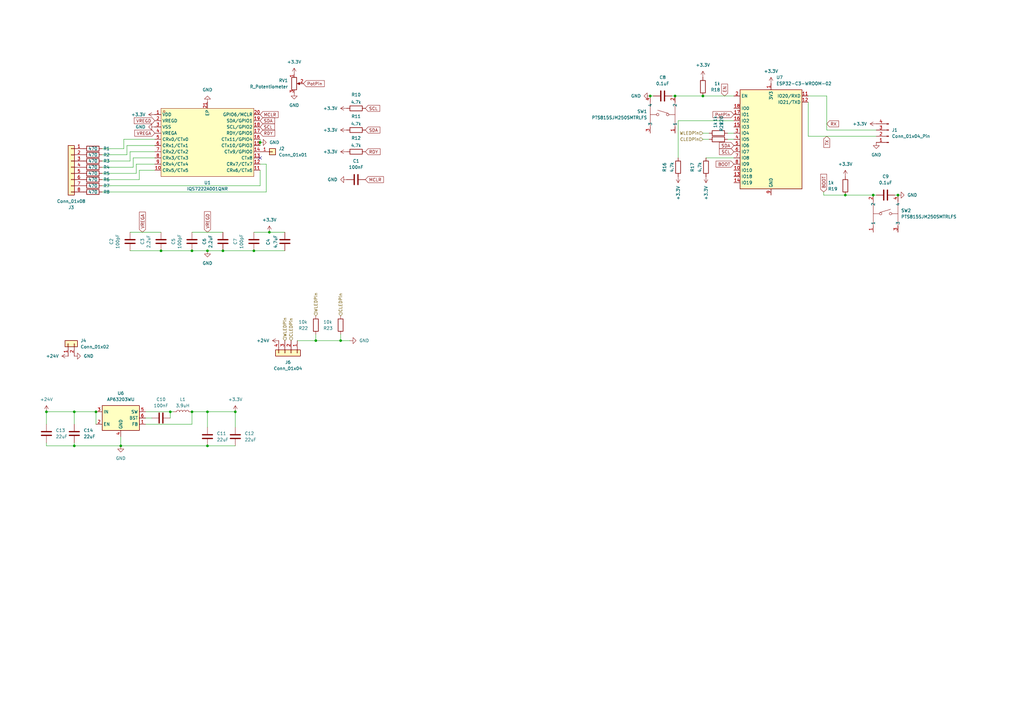
<source format=kicad_sch>
(kicad_sch (version 20250114) (generator "eeschema") (generator_version "9.0")
  (paper "A3")
  (lib_symbols
    (symbol "Connector:Conn_01x04_Pin" (pin_names (offset 1.016) (hide yes))
      (property "Reference" "J" (at 0 5.08 0))
      (property "Value" "Conn_01x04_Pin" (at 0 -7.62 0))
      (symbol "Conn_01x04_Pin_1_1"
        (rectangle (start 0.8636 2.667) (end 0 2.413) (stroke (width 0.1524)) (fill (type outline)))
        (rectangle (start 0.8636 0.127) (end 0 -0.127) (stroke (width 0.1524)) (fill (type outline)))
        (rectangle (start 0.8636 -2.413) (end 0 -2.667) (stroke (width 0.1524)) (fill (type outline)))
        (rectangle (start 0.8636 -4.953) (end 0 -5.207) (stroke (width 0.1524)) (fill (type outline)))
        (polyline (pts (xy 1.27 2.54) (xy 0.8636 2.54)) (stroke (width 0.1524)))
        (polyline (pts (xy 1.27 0) (xy 0.8636 0)) (stroke (width 0.1524)))
        (polyline (pts (xy 1.27 -2.54) (xy 0.8636 -2.54)) (stroke (width 0.1524)))
        (polyline (pts (xy 1.27 -5.08) (xy 0.8636 -5.08)) (stroke (width 0.1524)))
        (pin passive line (at 5.08 2.54 180) (length 3.81) (name "Pin_1") (number "1"))
        (pin passive line (at 5.08 0 180) (length 3.81) (name "Pin_2") (number "2"))
        (pin passive line (at 5.08 -2.54 180) (length 3.81) (name "Pin_3") (number "3"))
        (pin passive line (at 5.08 -5.08 180) (length 3.81) (name "Pin_4") (number "4"))
      )
    )
    (symbol "Connector_Generic:Conn_01x01" (pin_names (offset 1.016) (hide yes))
      (property "Reference" "J" (at 0 2.54 0))
      (property "Value" "Conn_01x01" (at 0 -2.54 0))
      (symbol "Conn_01x01_1_1"
        (rectangle (start -1.27 1.27) (end 1.27 -1.27) (stroke (width 0.254)) (fill (type background)))
        (rectangle (start -1.27 0.127) (end 0 -0.127) (stroke (width 0.1524)))
        (pin passive line (at -5.08 0 0) (length 3.81) (name "Pin_1") (number "1"))
      )
    )
    (symbol "Connector_Generic:Conn_01x02" (pin_names (offset 1.016) (hide yes))
      (property "Reference" "J" (at 0 2.54 0))
      (property "Value" "Conn_01x02" (at 0 -5.08 0))
      (symbol "Conn_01x02_1_1"
        (rectangle (start -1.27 1.27) (end 1.27 -3.81) (stroke (width 0.254)) (fill (type background)))
        (rectangle (start -1.27 0.127) (end 0 -0.127) (stroke (width 0.1524)))
        (rectangle (start -1.27 -2.413) (end 0 -2.667) (stroke (width 0.1524)))
        (pin passive line (at -5.08 0 0) (length 3.81) (name "Pin_1") (number "1"))
        (pin passive line (at -5.08 -2.54 0) (length 3.81) (name "Pin_2") (number "2"))
      )
    )
    (symbol "Connector_Generic:Conn_01x04" (pin_names (offset 1.016) (hide yes))
      (property "Reference" "J" (at 0 5.08 0))
      (property "Value" "Conn_01x04" (at 0 -7.62 0))
      (symbol "Conn_01x04_1_1"
        (rectangle (start -1.27 3.81) (end 1.27 -6.35) (stroke (width 0.254)) (fill (type background)))
        (rectangle (start -1.27 2.667) (end 0 2.413) (stroke (width 0.1524)))
        (rectangle (start -1.27 0.127) (end 0 -0.127) (stroke (width 0.1524)))
        (rectangle (start -1.27 -2.413) (end 0 -2.667) (stroke (width 0.1524)))
        (rectangle (start -1.27 -4.953) (end 0 -5.207) (stroke (width 0.1524)))
        (pin passive line (at -5.08 2.54 0) (length 3.81) (name "Pin_1") (number "1"))
        (pin passive line (at -5.08 0 0) (length 3.81) (name "Pin_2") (number "2"))
        (pin passive line (at -5.08 -2.54 0) (length 3.81) (name "Pin_3") (number "3"))
        (pin passive line (at -5.08 -5.08 0) (length 3.81) (name "Pin_4") (number "4"))
      )
    )
    (symbol "Connector_Generic:Conn_01x08" (pin_names (offset 1.016) (hide yes))
      (property "Reference" "J" (at 0 10.16 0))
      (property "Value" "Conn_01x08" (at 0 -12.7 0))
      (symbol "Conn_01x08_1_1"
        (rectangle (start -1.27 8.89) (end 1.27 -11.43) (stroke (width 0.254)) (fill (type background)))
        (rectangle (start -1.27 7.747) (end 0 7.493) (stroke (width 0.1524)))
        (rectangle (start -1.27 5.207) (end 0 4.953) (stroke (width 0.1524)))
        (rectangle (start -1.27 2.667) (end 0 2.413) (stroke (width 0.1524)))
        (rectangle (start -1.27 0.127) (end 0 -0.127) (stroke (width 0.1524)))
        (rectangle (start -1.27 -2.413) (end 0 -2.667) (stroke (width 0.1524)))
        (rectangle (start -1.27 -4.953) (end 0 -5.207) (stroke (width 0.1524)))
        (rectangle (start -1.27 -7.493) (end 0 -7.747) (stroke (width 0.1524)))
        (rectangle (start -1.27 -10.033) (end 0 -10.287) (stroke (width 0.1524)))
        (pin passive line (at -5.08 7.62 0) (length 3.81) (name "Pin_1") (number "1"))
        (pin passive line (at -5.08 5.08 0) (length 3.81) (name "Pin_2") (number "2"))
        (pin passive line (at -5.08 2.54 0) (length 3.81) (name "Pin_3") (number "3"))
        (pin passive line (at -5.08 0 0) (length 3.81) (name "Pin_4") (number "4"))
        (pin passive line (at -5.08 -2.54 0) (length 3.81) (name "Pin_5") (number "5"))
        (pin passive line (at -5.08 -5.08 0) (length 3.81) (name "Pin_6") (number "6"))
        (pin passive line (at -5.08 -7.62 0) (length 3.81) (name "Pin_7") (number "7"))
        (pin passive line (at -5.08 -10.16 0) (length 3.81) (name "Pin_8") (number "8"))
      )
    )
    (symbol "Device:C" (pin_numbers (hide yes)) (pin_names (offset 0.254))
      (property "Reference" "C" (at 0.635 2.54 0))
      (property "Value" "C" (at 0.635 -2.54 0))
      (symbol "C_0_1"
        (polyline (pts (xy -2.032 0.762) (xy 2.032 0.762)) (stroke (width 0.508)))
        (polyline (pts (xy -2.032 -0.762) (xy 2.032 -0.762)) (stroke (width 0.508)))
      )
      (symbol "C_1_1"
        (pin passive line (at 0 3.81 270) (length 2.794) (name "~") (number "1"))
        (pin passive line (at 0 -3.81 90) (length 2.794) (name "~") (number "2"))
      )
    )
    (symbol "Device:L" (pin_numbers (hide yes)) (pin_names (offset 1.016) (hide yes))
      (property "Reference" "L" (at -1.27 0 90))
      (property "Value" "L" (at 1.905 0 90))
      (symbol "L_0_1"
        (arc (start 0 2.54) (mid 0.6323 1.905) (end 0 1.27))
        (arc (start 0 1.27) (mid 0.6323 0.635) (end 0 0))
        (arc (start 0 0) (mid 0.6323 -0.635) (end 0 -1.27))
        (arc (start 0 -1.27) (mid 0.6323 -1.905) (end 0 -2.54))
      )
      (symbol "L_1_1"
        (pin passive line (at 0 3.81 270) (length 1.27) (name "1") (number "1"))
        (pin passive line (at 0 -3.81 90) (length 1.27) (name "2") (number "2"))
      )
    )
    (symbol "Device:R" (pin_numbers (hide yes)) (pin_names (offset 0))
      (property "Reference" "R" (at 2.032 0 90))
      (property "Value" "R" (at 0 0 90))
      (symbol "R_0_1"
        (rectangle (start -1.016 -2.54) (end 1.016 2.54) (stroke (width 0.254)))
      )
      (symbol "R_1_1"
        (pin passive line (at 0 3.81 270) (length 1.27) (name "~") (number "1"))
        (pin passive line (at 0 -3.81 90) (length 1.27) (name "~") (number "2"))
      )
    )
    (symbol "Device:R_Potentiometer" (pin_names (offset 1.016) (hide yes))
      (property "Reference" "RV" (at -4.445 0 90))
      (property "Value" "R_Potentiometer" (at -2.54 0 90))
      (symbol "R_Potentiometer_0_1"
        (rectangle (start 1.016 2.54) (end -1.016 -2.54) (stroke (width 0.254)))
        (polyline (pts (xy 1.143 0) (xy 2.286 0.508) (xy 2.286 -0.508) (xy 1.143 0)) (fill (type outline)))
        (polyline (pts (xy 2.54 0) (xy 1.524 0)))
      )
      (symbol "R_Potentiometer_1_1"
        (pin passive line (at 0 3.81 270) (length 1.27) (name "1") (number "1"))
        (pin passive line (at 0 -3.81 90) (length 1.27) (name "3") (number "3"))
        (pin passive line (at 3.81 0 180) (length 1.27) (name "2") (number "2"))
      )
    )
    (symbol "RF_Module:ESP32-C3-WROOM-02"
      (property "Reference" "U" (at -12.192 21.336 0))
      (property "Value" "ESP32-C3-WROOM-02" (at 12.192 21.336 0))
      (symbol "ESP32-C3-WROOM-02_1_1"
        (rectangle (start -12.7 20.32) (end 12.7 -20.32) (stroke (width 0.254)) (fill (type background)))
        (pin input line (at -15.24 17.78 0) (length 2.54) (name "EN") (number "2"))
        (pin bidirectional line (at -15.24 12.7 0) (length 2.54) (name "IO0") (number "18"))
        (pin bidirectional line (at -15.24 10.16 0) (length 2.54) (name "IO1") (number "17"))
        (pin bidirectional line (at -15.24 7.62 0) (length 2.54) (name "IO2") (number "16"))
        (pin bidirectional line (at -15.24 5.08 0) (length 2.54) (name "IO3") (number "15"))
        (pin bidirectional line (at -15.24 2.54 0) (length 2.54) (name "IO4") (number "3"))
        (pin bidirectional line (at -15.24 0 0) (length 2.54) (name "IO5") (number "4"))
        (pin bidirectional line (at -15.24 -2.54 0) (length 2.54) (name "IO6") (number "5"))
        (pin bidirectional line (at -15.24 -5.08 0) (length 2.54) (name "IO7") (number "6"))
        (pin bidirectional line (at -15.24 -7.62 0) (length 2.54) (name "IO8") (number "7"))
        (pin bidirectional line (at -15.24 -10.16 0) (length 2.54) (name "IO9") (number "8"))
        (pin bidirectional line (at -15.24 -12.7 0) (length 2.54) (name "IO10") (number "10"))
        (pin bidirectional line (at -15.24 -15.24 0) (length 2.54) (name "IO18") (number "13"))
        (pin bidirectional line (at -15.24 -17.78 0) (length 2.54) (name "IO19") (number "14"))
        (pin power_in line (at 0 22.86 270) (length 2.54) (name "3V3") (number "1"))
        (pin passive line (at 0 -22.86 90) (length 2.54) (hide yes) (name "GND") (number "19"))
        (pin power_in line (at 0 -22.86 90) (length 2.54) (name "GND") (number "9"))
        (pin bidirectional line (at 15.24 17.78 180) (length 2.54) (name "IO20/RXD") (number "11"))
        (pin bidirectional line (at 15.24 15.24 180) (length 2.54) (name "IO21/TXD") (number "12"))
      )
    )
    (symbol "Regulator_Switching:AP63203WU"
      (property "Reference" "U" (at -7.62 6.35 0))
      (property "Value" "AP63203WU" (at 2.54 6.35 0))
      (symbol "AP63203WU_0_1"
        (rectangle (start -7.62 5.08) (end 7.62 -5.08) (stroke (width 0.254)) (fill (type background)))
      )
      (symbol "AP63203WU_1_1"
        (pin power_in line (at -10.16 2.54 0) (length 2.54) (name "IN") (number "3"))
        (pin input line (at -10.16 -2.54 0) (length 2.54) (name "EN") (number "2"))
        (pin power_in line (at 0 -7.62 90) (length 2.54) (name "GND") (number "4"))
        (pin output line (at 10.16 2.54 180) (length 2.54) (name "SW") (number "5"))
        (pin passive line (at 10.16 0 180) (length 2.54) (name "BST") (number "6"))
        (pin input line (at 10.16 -2.54 180) (length 2.54) (name "FB") (number "1"))
      )
    )
    (symbol "easyeda2kicad:IQS7222A001QNR"
      (property "Reference" "U" (at 0 21.59 0))
      (property "Value" "IQS7222A001QNR" (at 0 -16.51 0))
      (symbol "IQS7222A001QNR_0_1"
        (rectangle (start -19.05 13.97) (end 19.05 -13.97) (fill (type background)))
        (circle (center -17.78 12.7) (radius 0.38))
        (pin unspecified line (at -21.59 11.43 0) (length 2.54) (name "VDD") (number "1"))
        (pin unspecified line (at -21.59 8.89 0) (length 2.54) (name "VREGD") (number "2"))
        (pin unspecified line (at -21.59 6.35 0) (length 2.54) (name "VSS") (number "3"))
        (pin unspecified line (at -21.59 3.81 0) (length 2.54) (name "VREGA") (number "4"))
        (pin unspecified line (at -21.59 1.27 0) (length 2.54) (name "CRx0/CTx0") (number "5"))
        (pin unspecified line (at -21.59 -1.27 0) (length 2.54) (name "CRx1/CTx1") (number "6"))
        (pin unspecified line (at -21.59 -3.81 0) (length 2.54) (name "CRx2/CTx2") (number "7"))
        (pin unspecified line (at -21.59 -6.35 0) (length 2.54) (name "CRx3/CTx3") (number "8"))
        (pin unspecified line (at -21.59 -8.89 0) (length 2.54) (name "CRx4/CTx4") (number "9"))
        (pin unspecified line (at -21.59 -11.43 0) (length 2.54) (name "CRx5/CTx5") (number "10"))
        (pin unspecified line (at 0 16.51 270) (length 2.54) (name "EP") (number "21"))
        (pin unspecified line (at 21.59 11.43 180) (length 2.54) (name "GPIO6/MCLR") (number "20"))
        (pin unspecified line (at 21.59 8.89 180) (length 2.54) (name "SDA/GPIO1") (number "19"))
        (pin unspecified line (at 21.59 6.35 180) (length 2.54) (name "SCL/GPIO2") (number "18"))
        (pin unspecified line (at 21.59 3.81 180) (length 2.54) (name "RDY/GPIO5") (number "17"))
        (pin unspecified line (at 21.59 1.27 180) (length 2.54) (name "CTx11/GPIO4") (number "16"))
        (pin unspecified line (at 21.59 -1.27 180) (length 2.54) (name "CTx10/GPIO3") (number "15"))
        (pin unspecified line (at 21.59 -3.81 180) (length 2.54) (name "CTx9/GPIO0") (number "14"))
        (pin unspecified line (at 21.59 -6.35 180) (length 2.54) (name "CTx8") (number "13"))
        (pin unspecified line (at 21.59 -8.89 180) (length 2.54) (name "CRx7/CTx7") (number "12"))
        (pin unspecified line (at 21.59 -11.43 180) (length 2.54) (name "CRx6/CTx6") (number "11"))
      )
    )
    (symbol "easyeda2kicad:PTS815SJM250SMTRLFS"
      (property "Reference" "SW" (at 0 10.16 0))
      (property "Value" "PTS815SJM250SMTRLFS" (at 0 -10.16 0))
      (symbol "PTS815SJM250SMTRLFS_0_1"
        (polyline (pts (xy -5.08 5.08) (xy 5.08 5.08)))
        (polyline (pts (xy -5.08 -5.08) (xy 5.08 -5.08)))
        (polyline (pts (xy 0 5.08) (xy 0 2.54)))
        (circle (center 0 2.03) (radius 0.51))
        (circle (center 0 -2.03) (radius 0.51))
        (polyline (pts (xy 0 -5.08) (xy 0 -2.54)))
        (polyline (pts (xy 0.51 2.29) (xy 1.78 -2.03)))
        (pin unspecified line (at -7.62 5.08 0) (length 2.54) (name "1") (number "1"))
        (pin unspecified line (at -7.62 -5.08 0) (length 2.54) (name "3") (number "3"))
        (pin unspecified line (at 7.62 5.08 180) (length 2.54) (name "2") (number "2"))
        (pin unspecified line (at 7.62 -5.08 180) (length 2.54) (name "4") (number "4"))
      )
    )
    (symbol "power:+24V" (power) (pin_numbers (hide yes)) (pin_names (offset 0) (hide yes))
      (property "Value" "+24V" (at 0 3.556 0))
      (symbol "+24V_0_1"
        (polyline (pts (xy -0.762 1.27) (xy 0 2.54)))
        (polyline (pts (xy 0 2.54) (xy 0.762 1.27)))
        (polyline (pts (xy 0 0) (xy 0 2.54)))
      )
      (symbol "+24V_1_1"
        (pin power_in line (at 0 0 90) (length 0) (name "~") (number "1"))
      )
    )
    (symbol "power:+3.3V" (power) (pin_numbers (hide yes)) (pin_names (offset 0) (hide yes))
      (property "Value" "+3.3V" (at 0 3.556 0))
      (symbol "+3.3V_0_1"
        (polyline (pts (xy -0.762 1.27) (xy 0 2.54)))
        (polyline (pts (xy 0 2.54) (xy 0.762 1.27)))
        (polyline (pts (xy 0 0) (xy 0 2.54)))
      )
      (symbol "+3.3V_1_1"
        (pin power_in line (at 0 0 90) (length 0) (name "~") (number "1"))
      )
    )
    (symbol "power:GND" (power) (pin_numbers (hide yes)) (pin_names (offset 0) (hide yes))
      (property "Value" "GND" (at 0 -3.81 0))
      (symbol "GND_0_1"
        (polyline (pts (xy 0 0) (xy 0 -1.27) (xy 1.27 -1.27) (xy 0 -2.54) (xy -1.27 -1.27) (xy 0 -1.27)))
      )
      (symbol "GND_1_1"
        (pin power_in line (at 0 0 270) (length 0) (name "~") (number "1"))
      )
    )
  )
  (junction (at 85.09 182.88))
  (junction (at 49.53 182.88))
  (junction (at 96.52 168.91))
  (junction (at 19.05 168.91))
  (junction (at 85.09 168.91))
  (junction (at 358.14 80.01))
  (junction (at 78.74 168.91))
  (junction (at 110.49 95.25))
  (junction (at 276.86 39.37))
  (junction (at 139.7 139.7))
  (junction (at 368.3 80.01))
  (junction (at 346.71 80.01))
  (junction (at 30.48 168.91))
  (junction (at 106.68 58.42))
  (junction (at 39.37 168.91))
  (junction (at 69.85 168.91))
  (junction (at 104.14 102.87))
  (junction (at 66.04 102.87))
  (junction (at 30.48 182.88))
  (junction (at 78.74 102.87))
  (junction (at 288.29 39.37))
  (junction (at 85.09 102.87))
  (junction (at 91.44 102.87))
  (junction (at 266.7 39.37))
  (junction (at 129.54 139.7))
  (no_connect (at 106.68 64.77))
  (wire (pts (xy 337.82 78.74) (xy 337.82 80.01)))
  (wire (pts (xy 19.05 182.88) (xy 30.48 182.88)))
  (wire (pts (xy 50.8 57.15) (xy 63.5 57.15)))
  (wire (pts (xy 289.56 64.77) (xy 300.99 64.77)))
  (wire (pts (xy 331.47 55.88) (xy 359.41 55.88)))
  (wire (pts (xy 53.34 62.23) (xy 63.5 62.23)))
  (wire (pts (xy 106.68 58.42) (xy 106.68 59.69)))
  (wire (pts (xy 30.48 181.61) (xy 30.48 182.88)))
  (wire (pts (xy 85.09 102.87) (xy 91.44 102.87)))
  (wire (pts (xy 50.8 60.96) (xy 41.91 60.96)))
  (wire (pts (xy 78.74 102.87) (xy 85.09 102.87)))
  (wire (pts (xy 96.52 168.91) (xy 96.52 175.26)))
  (wire (pts (xy 19.05 173.99) (xy 19.05 168.91)))
  (wire (pts (xy 78.74 168.91) (xy 78.74 173.99)))
  (wire (pts (xy 288.29 54.61) (xy 290.83 54.61)))
  (wire (pts (xy 53.34 102.87) (xy 66.04 102.87)))
  (wire (pts (xy 359.41 80.01) (xy 358.14 80.01)))
  (wire (pts (xy 110.49 95.25) (xy 116.84 95.25)))
  (wire (pts (xy 50.8 60.96) (xy 50.8 57.15)))
  (wire (pts (xy 41.91 66.04) (xy 53.34 66.04)))
  (wire (pts (xy 275.59 39.37) (xy 276.86 39.37)))
  (wire (pts (xy 69.85 168.91) (xy 59.69 168.91)))
  (wire (pts (xy 104.14 95.25) (xy 110.49 95.25)))
  (wire (pts (xy 78.74 95.25) (xy 91.44 95.25)))
  (wire (pts (xy 41.91 63.5) (xy 52.07 63.5)))
  (wire (pts (xy 139.7 137.16) (xy 139.7 139.7)))
  (wire (pts (xy 30.48 168.91) (xy 39.37 168.91)))
  (wire (pts (xy 78.74 168.91) (xy 85.09 168.91)))
  (wire (pts (xy 300.99 39.37) (xy 288.29 39.37)))
  (wire (pts (xy 278.13 49.53) (xy 278.13 64.77)))
  (wire (pts (xy 41.91 71.12) (xy 55.88 71.12)))
  (wire (pts (xy 339.09 53.34) (xy 359.41 53.34)))
  (wire (pts (xy 298.45 54.61) (xy 300.99 54.61)))
  (wire (pts (xy 57.15 69.85) (xy 63.5 69.85)))
  (wire (pts (xy 52.07 59.69) (xy 63.5 59.69)))
  (wire (pts (xy 66.04 102.87) (xy 78.74 102.87)))
  (wire (pts (xy 19.05 181.61) (xy 19.05 182.88)))
  (wire (pts (xy 85.09 168.91) (xy 96.52 168.91)))
  (wire (pts (xy 331.47 39.37) (xy 339.09 39.37)))
  (wire (pts (xy 85.09 182.88) (xy 49.53 182.88)))
  (wire (pts (xy 57.15 73.66) (xy 57.15 69.85)))
  (wire (pts (xy 267.97 39.37) (xy 266.7 39.37)))
  (wire (pts (xy 104.14 102.87) (xy 116.84 102.87)))
  (wire (pts (xy 339.09 39.37) (xy 339.09 53.34)))
  (wire (pts (xy 54.61 68.58) (xy 54.61 64.77)))
  (wire (pts (xy 53.34 66.04) (xy 53.34 62.23)))
  (wire (pts (xy 298.45 57.15) (xy 300.99 57.15)))
  (wire (pts (xy 55.88 71.12) (xy 55.88 67.31)))
  (wire (pts (xy 69.85 168.91) (xy 69.85 171.45)))
  (wire (pts (xy 41.91 73.66) (xy 57.15 73.66)))
  (wire (pts (xy 39.37 168.91) (xy 39.37 173.99)))
  (wire (pts (xy 30.48 182.88) (xy 49.53 182.88)))
  (wire (pts (xy 106.68 67.31) (xy 109.22 67.31)))
  (wire (pts (xy 52.07 63.5) (xy 52.07 59.69)))
  (wire (pts (xy 96.52 182.88) (xy 85.09 182.88)))
  (wire (pts (xy 78.74 173.99) (xy 59.69 173.99)))
  (wire (pts (xy 71.12 168.91) (xy 69.85 168.91)))
  (wire (pts (xy 41.91 76.2) (xy 106.68 76.2)))
  (wire (pts (xy 276.86 39.37) (xy 288.29 39.37)))
  (wire (pts (xy 53.34 95.25) (xy 66.04 95.25)))
  (wire (pts (xy 129.54 139.7) (xy 121.92 139.7)))
  (wire (pts (xy 19.05 168.91) (xy 30.48 168.91)))
  (wire (pts (xy 337.82 80.01) (xy 346.71 80.01)))
  (wire (pts (xy 55.88 67.31) (xy 63.5 67.31)))
  (wire (pts (xy 367.03 80.01) (xy 368.3 80.01)))
  (wire (pts (xy 106.68 57.15) (xy 106.68 58.42)))
  (wire (pts (xy 54.61 64.77) (xy 63.5 64.77)))
  (wire (pts (xy 41.91 68.58) (xy 54.61 68.58)))
  (wire (pts (xy 143.51 139.7) (xy 139.7 139.7)))
  (wire (pts (xy 62.23 171.45) (xy 59.69 171.45)))
  (wire (pts (xy 106.68 76.2) (xy 106.68 69.85)))
  (wire (pts (xy 331.47 41.91) (xy 331.47 55.88)))
  (wire (pts (xy 129.54 139.7) (xy 139.7 139.7)))
  (wire (pts (xy 85.09 175.26) (xy 85.09 168.91)))
  (wire (pts (xy 358.14 80.01) (xy 346.71 80.01)))
  (wire (pts (xy 288.29 57.15) (xy 290.83 57.15)))
  (wire (pts (xy 278.13 49.53) (xy 300.99 49.53)))
  (wire (pts (xy 109.22 67.31) (xy 109.22 78.74)))
  (wire (pts (xy 49.53 182.88) (xy 49.53 179.07)))
  (wire (pts (xy 41.91 78.74) (xy 109.22 78.74)))
  (wire (pts (xy 129.54 137.16) (xy 129.54 139.7)))
  (wire (pts (xy 30.48 173.99) (xy 30.48 168.91)))
  (wire (pts (xy 91.44 102.87) (xy 104.14 102.87)))
  (global_label "RDY" (shape input) (at 149.86 62.23 0) (property "Intersheetrefs" "${INTERSHEET_REFS}" (effects (hide yes))))
  (global_label "MCLR" (shape input) (at 149.86 73.66 0) (property "Intersheetrefs" "${INTERSHEET_REFS}" (effects (hide yes))))
  (global_label "SCL" (shape input) (at 106.68 52.07 0) (property "Intersheetrefs" "${INTERSHEET_REFS}" (effects (hide yes))))
  (global_label "PotPin" (shape input) (at 300.99 46.99 180) (property "Intersheetrefs" "${INTERSHEET_REFS}" (effects (hide yes))))
  (global_label "RX" (shape input) (at 339.09 50.8 0) (property "Intersheetrefs" "${INTERSHEET_REFS}" (effects (hide yes))))
  (global_label "SDA" (shape input) (at 149.86 53.34 0) (property "Intersheetrefs" "${INTERSHEET_REFS}" (effects (hide yes))))
  (global_label "VREGA" (shape input) (at 63.5 54.61 180) (property "Intersheetrefs" "${INTERSHEET_REFS}" (effects (hide yes))))
  (global_label "SCL" (shape input) (at 149.86 44.45 0) (property "Intersheetrefs" "${INTERSHEET_REFS}" (effects (hide yes))))
  (global_label "EN" (shape input) (at 297.18 39.37 90) (property "Intersheetrefs" "${INTERSHEET_REFS}" (effects (hide yes))))
  (global_label "SCL" (shape input) (at 300.99 62.23 180) (property "Intersheetrefs" "${INTERSHEET_REFS}" (effects (hide yes))))
  (global_label "TX" (shape input) (at 339.09 55.88 270) (property "Intersheetrefs" "${INTERSHEET_REFS}" (effects (hide yes))))
  (global_label "VREGD" (shape input) (at 63.5 49.53 180) (property "Intersheetrefs" "${INTERSHEET_REFS}" (effects (hide yes))))
  (global_label "BOOT" (shape input) (at 300.99 67.31 180) (property "Intersheetrefs" "${INTERSHEET_REFS}" (effects (hide yes))))
  (global_label "VREGA" (shape input) (at 58.42 95.25 90) (property "Intersheetrefs" "${INTERSHEET_REFS}" (effects (hide yes))))
  (global_label "SDA" (shape input) (at 300.99 59.69 180) (property "Intersheetrefs" "${INTERSHEET_REFS}" (effects (hide yes))))
  (global_label "VREGD" (shape input) (at 85.09 95.25 90) (property "Intersheetrefs" "${INTERSHEET_REFS}" (effects (hide yes))))
  (global_label "BOOT" (shape input) (at 337.82 78.74 90) (property "Intersheetrefs" "${INTERSHEET_REFS}" (effects (hide yes))))
  (global_label "MCLR" (shape input) (at 106.68 46.99 0) (property "Intersheetrefs" "${INTERSHEET_REFS}" (effects (hide yes))))
  (global_label "PotPin" (shape input) (at 124.46 34.29 0) (property "Intersheetrefs" "${INTERSHEET_REFS}" (effects (hide yes))))
  (global_label "RDY" (shape input) (at 106.68 54.61 0) (property "Intersheetrefs" "${INTERSHEET_REFS}" (effects (hide yes))))
  (global_label "SDA" (shape input) (at 106.68 49.53 0) (property "Intersheetrefs" "${INTERSHEET_REFS}" (effects (hide yes))))
  (hierarchical_label "WLEDPin" (shape input) (at 116.84 139.7 90))
  (hierarchical_label "CLEDPin" (shape input) (at 139.7 129.54 90))
  (hierarchical_label "CLEDPin" (shape input) (at 119.38 139.7 90))
  (hierarchical_label "WLEDPin" (shape input) (at 288.29 54.61 180))
  (hierarchical_label "WLEDPin" (shape input) (at 129.54 129.54 90))
  (hierarchical_label "CLEDPin" (shape input) (at 288.29 57.15 180))
  (symbol (lib_id "Device:C") (at 271.78 39.37 270) (mirror x) (unit 1)
    (property "Reference" "C8" (at 271.78 31.75 90))
    (property "Value" "0.1uF" (at 271.78 34.29 90))
    (property "Footprint" "Capacitor_SMD:C_0603_1608Metric" (effects (hide yes)))
    (property "Description" "Unpolarized capacitor" (effects (hide yes)))
  )
  (symbol (lib_id "Device:C") (at 66.04 99.06 180) (unit 1)
    (property "Reference" "C3" (at 58.42 99.06 90))
    (property "Value" "2.2uF" (at 60.96 99.06 90))
    (property "Footprint" "Capacitor_SMD:C_0603_1608Metric" (effects (hide yes)))
    (property "Description" "Unpolarized capacitor" (effects (hide yes)))
  )
  (symbol (lib_id "power:+24V") (at 27.94 146.05 90) (unit 1)
    (property "Reference" "#PWR033" (effects (hide yes)))
    (property "Value" "+24V" (at 24.13 146.0499 90) (effects (justify left)))
    (property "Description" "Power symbol creates a global label with name \"+24V\"" (effects (hide yes)))
  )
  (symbol (lib_id "easyeda2kicad:PTS815SJM250SMTRLFS") (at 363.22 87.63 90) (unit 1)
    (property "Reference" "SW2" (at 369.57 86.3599 90) (effects (justify right)))
    (property "Value" "PTS815SJM250SMTRLFS" (at 369.57 88.8999 90) (effects (justify right)))
    (property "Footprint" "easyeda2kicad:KEY-SMD_4P-L4.2-W3.25-P2.15-TL" (effects (hide yes)))
    (property "LCSC Part" "C2689510" (effects (hide yes)))
  )
  (symbol (lib_id "Connector_Generic:Conn_01x01") (at 111.76 62.23 0) (unit 1)
    (property "Reference" "J2" (at 114.3 60.9599 0) (effects (justify left)))
    (property "Value" "Conn_01x01" (at 114.3 63.4999 0) (effects (justify left)))
    (property "Footprint" "Connector_PinHeader_2.54mm:PinHeader_1x01_P2.54mm_Vertical" (effects (hide yes)))
    (property "Description" "Generic connector, single row, 01x01, script generated (kicad-library-utils/schlib/autogen/connector/)" (effects (hide yes)))
  )
  (symbol (lib_id "power:GND") (at 368.3 80.01 90) (unit 1)
    (property "Reference" "#PWR031" (effects (hide yes)))
    (property "Value" "GND" (at 372.11 80.0099 90) (effects (justify right)))
    (property "Description" "Power symbol creates a global label with name \"GND\" , ground" (effects (hide yes)))
  )
  (symbol (lib_id "power:GND") (at 63.5 52.07 270) (unit 1)
    (property "Reference" "#PWR07" (effects (hide yes)))
    (property "Value" "GND" (at 59.69 52.0699 90) (effects (justify right)))
    (property "Description" "Power symbol creates a global label with name \"GND\" , ground" (effects (hide yes)))
  )
  (symbol (lib_id "Device:C") (at 104.14 99.06 180) (unit 1)
    (property "Reference" "C7" (at 96.52 99.06 90))
    (property "Value" "100pF" (at 99.06 99.06 90))
    (property "Footprint" "Capacitor_SMD:C_0603_1608Metric" (effects (hide yes)))
    (property "Description" "Unpolarized capacitor" (effects (hide yes)))
  )
  (symbol (lib_id "power:+3.3V") (at 288.29 31.75 0) (mirror y) (unit 1)
    (property "Reference" "#PWR024" (effects (hide yes)))
    (property "Value" "+3.3V" (at 288.29 26.67 0))
    (property "Description" "Power symbol creates a global label with name \"+3.3V\"" (effects (hide yes)))
  )
  (symbol (lib_id "easyeda2kicad:IQS7222A001QNR") (at 85.09 58.42 0) (unit 1)
    (property "Reference" "U1" (at 85.09 74.93 0))
    (property "Value" "IQS7222A001QNR" (at 85.09 77.47 0))
    (property "Footprint" "easyeda2kicad:WQFN-20_L3.0-W3.0-P0.40-BL-EP1.7" (effects (hide yes)))
    (property "LCSC Part" "C3827627" (effects (hide yes)))
  )
  (symbol (lib_id "power:+3.3V") (at 278.13 72.39 180) (unit 1)
    (property "Reference" "#PWR027" (effects (hide yes)))
    (property "Value" "+3.3V" (at 278.1299 76.2 90) (effects (justify left)))
    (property "Description" "Power symbol creates a global label with name \"+3.3V\"" (effects (hide yes)))
  )
  (symbol (lib_id "power:+3.3V") (at 142.24 53.34 90) (unit 1)
    (property "Reference" "#PWR04" (effects (hide yes)))
    (property "Value" "+3.3V" (at 138.43 53.3399 90) (effects (justify left)))
    (property "Description" "Power symbol creates a global label with name \"+3.3V\"" (effects (hide yes)))
  )
  (symbol (lib_id "Device:R") (at 38.1 76.2 270) (unit 1)
    (property "Reference" "R7" (at 43.688 76.2 90))
    (property "Value" "470" (at 38.1 76.2 90))
    (property "Footprint" "Resistor_SMD:R_0603_1608Metric" (effects (hide yes)))
    (property "Description" "Resistor" (effects (hide yes)))
  )
  (symbol (lib_id "RF_Module:ESP32-C3-WROOM-02") (at 316.23 57.15 0) (unit 1)
    (property "Reference" "U7" (at 318.3733 31.75 0) (effects (justify left)))
    (property "Value" "ESP32-C3-WROOM-02" (at 318.3733 34.29 0) (effects (justify left)))
    (property "Footprint" "RF_Module:ESP32-C3-WROOM-02" (effects (hide yes)))
    (property "Datasheet" "https://www.espressif.com/sites/default/files/documentation/esp32-c3-wroom-02_datasheet_en.pdf" (effects (hide yes)))
    (property "Description" "802.11 b/g/n Wi­Fi and Bluetooth 5 module, ESP32­C3 SoC, RISC­V microprocessor, On-board antenna" (effects (hide yes)))
  )
  (symbol (lib_id "power:GND") (at 120.65 38.1 0) (unit 1)
    (property "Reference" "#PWR011" (effects (hide yes)))
    (property "Value" "GND" (at 120.65 43.18 0))
    (property "Description" "Power symbol creates a global label with name \"GND\" , ground" (effects (hide yes)))
  )
  (symbol (lib_id "power:GND") (at 30.48 146.05 90) (unit 1)
    (property "Reference" "#PWR034" (effects (hide yes)))
    (property "Value" "GND" (at 34.29 146.0499 90) (effects (justify right)))
    (property "Description" "Power symbol creates a global label with name \"GND\" , ground" (effects (hide yes)))
  )
  (symbol (lib_id "Device:R") (at 38.1 60.96 270) (unit 1)
    (property "Reference" "R1" (at 43.688 60.96 90))
    (property "Value" "470" (at 38.1 60.96 90))
    (property "Footprint" "Resistor_SMD:R_0603_1608Metric" (effects (hide yes)))
    (property "Description" "Resistor" (effects (hide yes)))
  )
  (symbol (lib_id "Device:C") (at 66.04 171.45 90) (unit 1)
    (property "Reference" "C10" (at 66.04 163.83 90))
    (property "Value" "100nF" (at 66.04 166.37 90))
    (property "Footprint" "Capacitor_SMD:C_0603_1608Metric" (effects (hide yes)))
    (property "Description" "Unpolarized capacitor" (effects (hide yes)))
  )
  (symbol (lib_id "power:GND") (at 49.53 182.88 0) (unit 1)
    (property "Reference" "#PWR036" (effects (hide yes)))
    (property "Value" "GND" (at 49.53 187.96 0))
    (property "Description" "Power symbol creates a global label with name \"GND\" , ground" (effects (hide yes)))
  )
  (symbol (lib_id "power:+3.3V") (at 359.41 50.8 90) (unit 1)
    (property "Reference" "#PWR028" (effects (hide yes)))
    (property "Value" "+3.3V" (at 355.6 50.7999 90) (effects (justify left)))
    (property "Description" "Power symbol creates a global label with name \"+3.3V\"" (effects (hide yes)))
  )
  (symbol (lib_id "Device:C") (at 19.05 177.8 180) (unit 1)
    (property "Reference" "C13" (at 22.86 176.5299 0) (effects (justify right)))
    (property "Value" "22uF" (at 22.86 179.0699 0) (effects (justify right)))
    (property "Footprint" "Capacitor_SMD:C_0603_1608Metric" (effects (hide yes)))
    (property "Description" "Unpolarized capacitor" (effects (hide yes)))
  )
  (symbol (lib_id "Device:C") (at 78.74 99.06 180) (unit 1)
    (property "Reference" "C5" (at 71.12 99.06 90))
    (property "Value" "100pF" (at 73.66 99.06 90))
    (property "Footprint" "Capacitor_SMD:C_0603_1608Metric" (effects (hide yes)))
    (property "Description" "Unpolarized capacitor" (effects (hide yes)))
  )
  (symbol (lib_id "Device:R") (at 346.71 76.2 0) (mirror y) (unit 1)
    (property "Reference" "R19" (at 339.598 77.47 0) (effects (justify right)))
    (property "Value" "1k" (at 339.598 74.93 0) (effects (justify right)))
    (property "Footprint" "Resistor_SMD:R_0603_1608Metric" (effects (hide yes)))
    (property "Description" "Resistor" (effects (hide yes)))
  )
  (symbol (lib_id "Device:R_Potentiometer") (at 120.65 34.29 0) (unit 1)
    (property "Reference" "RV1" (at 118.11 33.0199 0) (effects (justify right)))
    (property "Value" "R_Potentiometer" (at 118.11 35.5599 0) (effects (justify right)))
    (property "Footprint" "Connector_PinHeader_2.54mm:PinHeader_1x03_P2.54mm_Horizontal" (effects (hide yes)))
    (property "Description" "Potentiometer" (effects (hide yes)))
  )
  (symbol (lib_id "Device:R") (at 38.1 66.04 270) (unit 1)
    (property "Reference" "R3" (at 43.688 66.04 90))
    (property "Value" "470" (at 38.1 66.04 90))
    (property "Footprint" "Resistor_SMD:R_0603_1608Metric" (effects (hide yes)))
    (property "Description" "Resistor" (effects (hide yes)))
  )
  (symbol (lib_id "Device:C") (at 85.09 179.07 180) (unit 1)
    (property "Reference" "C11" (at 88.9 177.7999 0) (effects (justify right)))
    (property "Value" "22uF" (at 88.9 180.3399 0) (effects (justify right)))
    (property "Footprint" "Capacitor_SMD:C_0603_1608Metric" (effects (hide yes)))
    (property "Description" "Unpolarized capacitor" (effects (hide yes)))
  )
  (symbol (lib_id "power:+3.3V") (at 346.71 72.39 0) (unit 1)
    (property "Reference" "#PWR025" (effects (hide yes)))
    (property "Value" "+3.3V" (at 346.71 67.31 0))
    (property "Description" "Power symbol creates a global label with name \"+3.3V\"" (effects (hide yes)))
  )
  (symbol (lib_id "power:+3.3V") (at 63.5 46.99 90) (unit 1)
    (property "Reference" "#PWR02" (effects (hide yes)))
    (property "Value" "+3.3V" (at 59.69 46.9899 90) (effects (justify left)))
    (property "Description" "Power symbol creates a global label with name \"+3.3V\"" (effects (hide yes)))
  )
  (symbol (lib_id "power:+3.3V") (at 96.52 168.91 0) (unit 1)
    (property "Reference" "#PWR023" (effects (hide yes)))
    (property "Value" "+3.3V" (at 96.52 163.83 0))
    (property "Description" "Power symbol creates a global label with name \"+3.3V\"" (effects (hide yes)))
  )
  (symbol (lib_id "Device:R") (at 289.56 68.58 0) (unit 1)
    (property "Reference" "R17" (at 283.972 68.58 90))
    (property "Value" "4.7k" (at 287.02 68.58 90))
    (property "Footprint" "Resistor_SMD:R_0603_1608Metric" (effects (hide yes)))
    (property "Description" "Resistor" (effects (hide yes)))
  )
  (symbol (lib_id "power:GND") (at 142.24 73.66 270) (unit 1)
    (property "Reference" "#PWR06" (effects (hide yes)))
    (property "Value" "GND" (at 138.43 73.6599 90) (effects (justify right)))
    (property "Description" "Power symbol creates a global label with name \"GND\" , ground" (effects (hide yes)))
  )
  (symbol (lib_id "power:+3.3V") (at 110.49 95.25 0) (unit 1)
    (property "Reference" "#PWR010" (effects (hide yes)))
    (property "Value" "+3.3V" (at 110.49 90.17 0))
    (property "Description" "Power symbol creates a global label with name \"+3.3V\"" (effects (hide yes)))
  )
  (symbol (lib_id "power:+3.3V") (at 142.24 44.45 90) (unit 1)
    (property "Reference" "#PWR03" (effects (hide yes)))
    (property "Value" "+3.3V" (at 138.43 44.4499 90) (effects (justify left)))
    (property "Description" "Power symbol creates a global label with name \"+3.3V\"" (effects (hide yes)))
  )
  (symbol (lib_id "Device:C") (at 363.22 80.01 90) (unit 1)
    (property "Reference" "C9" (at 363.22 72.39 90))
    (property "Value" "0.1uF" (at 363.22 74.93 90))
    (property "Footprint" "Capacitor_SMD:C_0603_1608Metric" (effects (hide yes)))
    (property "Description" "Unpolarized capacitor" (effects (hide yes)))
  )
  (symbol (lib_id "Connector_Generic:Conn_01x04") (at 119.38 144.78 270) (unit 1)
    (property "Reference" "J6" (at 118.11 148.59 90))
    (property "Value" "Conn_01x04" (at 118.11 151.13 90))
    (property "Footprint" "Connector_JST:JST_XH_B4B-XH-AM_1x04_P2.50mm_Vertical" (effects (hide yes)))
    (property "Description" "Generic connector, single row, 01x04, script generated (kicad-library-utils/schlib/autogen/connector/)" (effects (hide yes)))
  )
  (symbol (lib_id "Device:C") (at 91.44 99.06 180) (unit 1)
    (property "Reference" "C6" (at 83.82 99.06 90))
    (property "Value" "2.2uF" (at 86.36 99.06 90))
    (property "Footprint" "Capacitor_SMD:C_0603_1608Metric" (effects (hide yes)))
    (property "Description" "Unpolarized capacitor" (effects (hide yes)))
  )
  (symbol (lib_id "Device:R") (at 38.1 78.74 270) (unit 1)
    (property "Reference" "R8" (at 43.688 78.74 90))
    (property "Value" "470" (at 38.1 78.74 90))
    (property "Footprint" "Resistor_SMD:R_0603_1608Metric" (effects (hide yes)))
    (property "Description" "Resistor" (effects (hide yes)))
  )
  (symbol (lib_id "power:GND") (at 85.09 102.87 0) (unit 1)
    (property "Reference" "#PWR09" (effects (hide yes)))
    (property "Value" "GND" (at 85.09 107.95 0))
    (property "Description" "Power symbol creates a global label with name \"GND\" , ground" (effects (hide yes)))
  )
  (symbol (lib_id "Device:R") (at 146.05 44.45 270) (unit 1)
    (property "Reference" "R10" (at 146.05 38.862 90))
    (property "Value" "4.7k" (at 146.05 41.91 90))
    (property "Footprint" "Resistor_SMD:R_0603_1608Metric" (effects (hide yes)))
    (property "Description" "Resistor" (effects (hide yes)))
  )
  (symbol (lib_id "power:+3.3V") (at 316.23 34.29 0) (unit 1)
    (property "Reference" "#PWR026" (effects (hide yes)))
    (property "Value" "+3.3V" (at 316.23 29.21 0))
    (property "Description" "Power symbol creates a global label with name \"+3.3V\"" (effects (hide yes)))
  )
  (symbol (lib_id "power:GND") (at 143.51 139.7 90) (unit 1)
    (property "Reference" "#PWR040" (effects (hide yes)))
    (property "Value" "GND" (at 147.32 139.6999 90) (effects (justify right)))
    (property "Description" "Power symbol creates a global label with name \"GND\" , ground" (effects (hide yes)))
  )
  (symbol (lib_id "Device:C") (at 30.48 177.8 180) (unit 1)
    (property "Reference" "C14" (at 34.29 176.5299 0) (effects (justify right)))
    (property "Value" "22uF" (at 34.29 179.0699 0) (effects (justify right)))
    (property "Footprint" "Capacitor_SMD:C_0603_1608Metric" (effects (hide yes)))
    (property "Description" "Unpolarized capacitor" (effects (hide yes)))
  )
  (symbol (lib_id "Device:R") (at 294.64 57.15 90) (unit 1)
    (property "Reference" "R21" (at 295.91 50.038 0) (effects (justify right)))
    (property "Value" "1k" (at 293.37 50.038 0) (effects (justify right)))
    (property "Footprint" "Resistor_SMD:R_0603_1608Metric" (effects (hide yes)))
    (property "Description" "Resistor" (effects (hide yes)))
  )
  (symbol (lib_id "power:GND") (at 266.7 39.37 270) (mirror x) (unit 1)
    (property "Reference" "#PWR030" (effects (hide yes)))
    (property "Value" "GND" (at 262.89 39.3699 90) (effects (justify right)))
    (property "Description" "Power symbol creates a global label with name \"GND\" , ground" (effects (hide yes)))
  )
  (symbol (lib_id "Device:R") (at 146.05 62.23 270) (unit 1)
    (property "Reference" "R12" (at 146.05 56.642 90))
    (property "Value" "4.7k" (at 146.05 59.69 90))
    (property "Footprint" "Resistor_SMD:R_0603_1608Metric" (effects (hide yes)))
    (property "Description" "Resistor" (effects (hide yes)))
  )
  (symbol (lib_id "Connector:Conn_01x04_Pin") (at 364.49 55.88 180) (unit 1)
    (property "Reference" "J1" (at 365.76 53.3399 0) (effects (justify right)))
    (property "Value" "Conn_01x04_Pin" (at 365.76 55.8799 0) (effects (justify right)))
    (property "Footprint" "Connector_PinHeader_2.54mm:PinHeader_1x04_P2.54mm_Vertical" (effects (hide yes)))
    (property "Description" "Generic connector, single row, 01x04, script generated" (effects (hide yes)))
  )
  (symbol (lib_id "power:+3.3V") (at 142.24 62.23 90) (unit 1)
    (property "Reference" "#PWR05" (effects (hide yes)))
    (property "Value" "+3.3V" (at 138.43 62.2299 90) (effects (justify left)))
    (property "Description" "Power symbol creates a global label with name \"+3.3V\"" (effects (hide yes)))
  )
  (symbol (lib_id "Regulator_Switching:AP63203WU") (at 49.53 171.45 0) (unit 1)
    (property "Reference" "U6" (at 49.53 161.29 0))
    (property "Value" "AP63203WU" (at 49.53 163.83 0))
    (property "Footprint" "Package_TO_SOT_SMD:TSOT-23-6" (effects (hide yes)))
    (property "Datasheet" "https://www.diodes.com/assets/Datasheets/AP63200-AP63201-AP63203-AP63205.pdf" (effects (hide yes)))
    (property "Description" "2A, 1.1MHz Buck DC/DC Converter, fixed 3.3V output voltage, TSOT-23-6" (effects (hide yes)))
  )
  (symbol (lib_id "Device:R") (at 38.1 71.12 270) (unit 1)
    (property "Reference" "R5" (at 43.688 71.12 90))
    (property "Value" "470" (at 38.1 71.12 90))
    (property "Footprint" "Resistor_SMD:R_0603_1608Metric" (effects (hide yes)))
    (property "Description" "Resistor" (effects (hide yes)))
  )
  (symbol (lib_id "Device:C") (at 116.84 99.06 0) (mirror x) (unit 1)
    (property "Reference" "C4" (at 109.982 100.5841 90) (effects (justify right)))
    (property "Value" "4.7uF" (at 113.03 101.854 90) (effects (justify right)))
    (property "Footprint" "Capacitor_SMD:C_0603_1608Metric" (effects (hide yes)))
    (property "Description" "Unpolarized capacitor" (effects (hide yes)))
  )
  (symbol (lib_id "power:GND") (at 106.68 58.42 90) (unit 1)
    (property "Reference" "#PWR01" (effects (hide yes)))
    (property "Value" "GND" (at 110.49 58.4199 90) (effects (justify right)))
    (property "Description" "Power symbol creates a global label with name \"GND\" , ground" (effects (hide yes)))
  )
  (symbol (lib_id "Device:R") (at 38.1 68.58 270) (unit 1)
    (property "Reference" "R4" (at 43.688 68.58 90))
    (property "Value" "470" (at 38.1 68.58 90))
    (property "Footprint" "Resistor_SMD:R_0603_1608Metric" (effects (hide yes)))
    (property "Description" "Resistor" (effects (hide yes)))
  )
  (symbol (lib_id "Device:R") (at 288.29 35.56 0) (unit 1)
    (property "Reference" "R18" (at 295.402 36.83 0) (effects (justify right)))
    (property "Value" "1k" (at 295.402 34.29 0) (effects (justify right)))
    (property "Footprint" "Resistor_SMD:R_0603_1608Metric" (effects (hide yes)))
    (property "Description" "Resistor" (effects (hide yes)))
  )
  (symbol (lib_id "Device:C") (at 96.52 179.07 180) (unit 1)
    (property "Reference" "C12" (at 100.33 177.7999 0) (effects (justify right)))
    (property "Value" "22uF" (at 100.33 180.3399 0) (effects (justify right)))
    (property "Footprint" "Capacitor_SMD:C_0603_1608Metric" (effects (hide yes)))
    (property "Description" "Unpolarized capacitor" (effects (hide yes)))
  )
  (symbol (lib_id "Device:R") (at 294.64 54.61 90) (unit 1)
    (property "Reference" "R20" (at 295.91 47.498 0) (effects (justify right)))
    (property "Value" "1k" (at 293.37 47.498 0) (effects (justify right)))
    (property "Footprint" "Resistor_SMD:R_0603_1608Metric" (effects (hide yes)))
    (property "Description" "Resistor" (effects (hide yes)))
  )
  (symbol (lib_id "Device:R") (at 129.54 133.35 0) (mirror y) (unit 1)
    (property "Reference" "R22" (at 122.428 134.62 0) (effects (justify right)))
    (property "Value" "10k" (at 122.428 132.08 0) (effects (justify right)))
    (property "Footprint" "Resistor_SMD:R_0603_1608Metric" (effects (hide yes)))
    (property "Description" "Resistor" (effects (hide yes)))
  )
  (symbol (lib_id "Device:R") (at 146.05 53.34 270) (unit 1)
    (property "Reference" "R11" (at 146.05 47.752 90))
    (property "Value" "4.7k" (at 146.05 50.8 90))
    (property "Footprint" "Resistor_SMD:R_0603_1608Metric" (effects (hide yes)))
    (property "Description" "Resistor" (effects (hide yes)))
  )
  (symbol (lib_id "Device:C") (at 146.05 73.66 90) (unit 1)
    (property "Reference" "C1" (at 146.05 66.04 90))
    (property "Value" "100nF" (at 146.05 68.58 90))
    (property "Footprint" "Capacitor_SMD:C_0603_1608Metric" (effects (hide yes)))
    (property "Description" "Unpolarized capacitor" (effects (hide yes)))
  )
  (symbol (lib_id "power:+3.3V") (at 120.65 30.48 0) (unit 1)
    (property "Reference" "#PWR012" (effects (hide yes)))
    (property "Value" "+3.3V" (at 120.65 25.4 0))
    (property "Description" "Power symbol creates a global label with name \"+3.3V\"" (effects (hide yes)))
  )
  (symbol (lib_id "Device:R") (at 139.7 133.35 0) (mirror y) (unit 1)
    (property "Reference" "R23" (at 132.588 134.62 0) (effects (justify right)))
    (property "Value" "10k" (at 132.588 132.08 0) (effects (justify right)))
    (property "Footprint" "Resistor_SMD:R_0603_1608Metric" (effects (hide yes)))
    (property "Description" "Resistor" (effects (hide yes)))
  )
  (symbol (lib_id "Connector_Generic:Conn_01x08") (at 29.21 68.58 0) (mirror y) (unit 1)
    (property "Reference" "J3" (at 29.21 85.09 0))
    (property "Value" "Conn_01x08" (at 29.21 82.55 0))
    (property "Footprint" "Extra:TouchSlider-8_50x20mm" (effects (hide yes)))
    (property "Description" "Generic connector, single row, 01x08, script generated (kicad-library-utils/schlib/autogen/connector/)" (effects (hide yes)))
  )
  (symbol (lib_id "power:GND") (at 85.09 41.91 180) (unit 1)
    (property "Reference" "#PWR08" (effects (hide yes)))
    (property "Value" "GND" (at 85.09 36.83 0))
    (property "Description" "Power symbol creates a global label with name \"GND\" , ground" (effects (hide yes)))
  )
  (symbol (lib_id "easyeda2kicad:PTS815SJM250SMTRLFS") (at 271.78 46.99 270) (mirror x) (unit 1)
    (property "Reference" "SW1" (at 265.43 45.7199 90) (effects (justify right)))
    (property "Value" "PTS815SJM250SMTRLFS" (at 265.43 48.2599 90) (effects (justify right)))
    (property "Footprint" "easyeda2kicad:KEY-SMD_4P-L4.2-W3.25-P2.15-TL" (effects (hide yes)))
    (property "LCSC Part" "C2689510" (effects (hide yes)))
  )
  (symbol (lib_id "Device:R") (at 38.1 63.5 270) (unit 1)
    (property "Reference" "R2" (at 43.688 63.5 90))
    (property "Value" "470" (at 38.1 63.5 90))
    (property "Footprint" "Resistor_SMD:R_0603_1608Metric" (effects (hide yes)))
    (property "Description" "Resistor" (effects (hide yes)))
  )
  (symbol (lib_id "Device:C") (at 53.34 99.06 180) (unit 1)
    (property "Reference" "C2" (at 45.72 99.06 90))
    (property "Value" "100pF" (at 48.26 99.06 90))
    (property "Footprint" "Capacitor_SMD:C_0603_1608Metric" (effects (hide yes)))
    (property "Description" "Unpolarized capacitor" (effects (hide yes)))
  )
  (symbol (lib_id "power:+24V") (at 114.3 139.7 90) (unit 1)
    (property "Reference" "#PWR039" (effects (hide yes)))
    (property "Value" "+24V" (at 110.49 139.6999 90) (effects (justify left)))
    (property "Description" "Power symbol creates a global label with name \"+24V\"" (effects (hide yes)))
  )
  (symbol (lib_id "Device:R") (at 278.13 68.58 0) (unit 1)
    (property "Reference" "R16" (at 272.542 68.58 90))
    (property "Value" "4.7k" (at 275.59 68.58 90))
    (property "Footprint" "Resistor_SMD:R_0603_1608Metric" (effects (hide yes)))
    (property "Description" "Resistor" (effects (hide yes)))
  )
  (symbol (lib_id "Device:L") (at 74.93 168.91 90) (unit 1)
    (property "Reference" "L1" (at 74.93 163.83 90))
    (property "Value" "3.9uH" (at 74.93 166.37 90))
    (property "Footprint" "easyeda2kicad:IND-SMD_L5.8-W5.8" (effects (hide yes)))
    (property "Description" "Inductor" (effects (hide yes)))
  )
  (symbol (lib_id "Connector_Generic:Conn_01x02") (at 27.94 140.97 90) (unit 1)
    (property "Reference" "J4" (at 33.02 139.6999 90) (effects (justify right)))
    (property "Value" "Conn_01x02" (at 33.02 142.2399 90) (effects (justify right)))
    (property "Footprint" "Connector_JST:JST_XH_B2B-XH-AM_1x02_P2.50mm_Vertical" (effects (hide yes)))
    (property "Description" "Generic connector, single row, 01x02, script generated (kicad-library-utils/schlib/autogen/connector/)" (effects (hide yes)))
  )
  (symbol (lib_id "power:GND") (at 359.41 58.42 0) (unit 1)
    (property "Reference" "#PWR029" (effects (hide yes)))
    (property "Value" "GND" (at 359.41 63.5 0))
    (property "Description" "Power symbol creates a global label with name \"GND\" , ground" (effects (hide yes)))
  )
  (symbol (lib_id "power:+24V") (at 19.05 168.91 0) (unit 1)
    (property "Reference" "#PWR035" (effects (hide yes)))
    (property "Value" "+24V" (at 19.05 163.83 0))
    (property "Description" "Power symbol creates a global label with name \"+24V\"" (effects (hide yes)))
  )
  (symbol (lib_id "power:+3.3V") (at 289.56 72.39 180) (unit 1)
    (property "Reference" "#PWR032" (effects (hide yes)))
    (property "Value" "+3.3V" (at 289.5599 76.2 90) (effects (justify left)))
    (property "Description" "Power symbol creates a global label with name \"+3.3V\"" (effects (hide yes)))
  )
  (symbol (lib_id "Device:R") (at 38.1 73.66 270) (unit 1)
    (property "Reference" "R6" (at 43.688 73.66 90))
    (property "Value" "470" (at 38.1 73.66 90))
    (property "Footprint" "Resistor_SMD:R_0603_1608Metric" (effects (hide yes)))
    (property "Description" "Resistor" (effects (hide yes)))
  )
)
</source>
